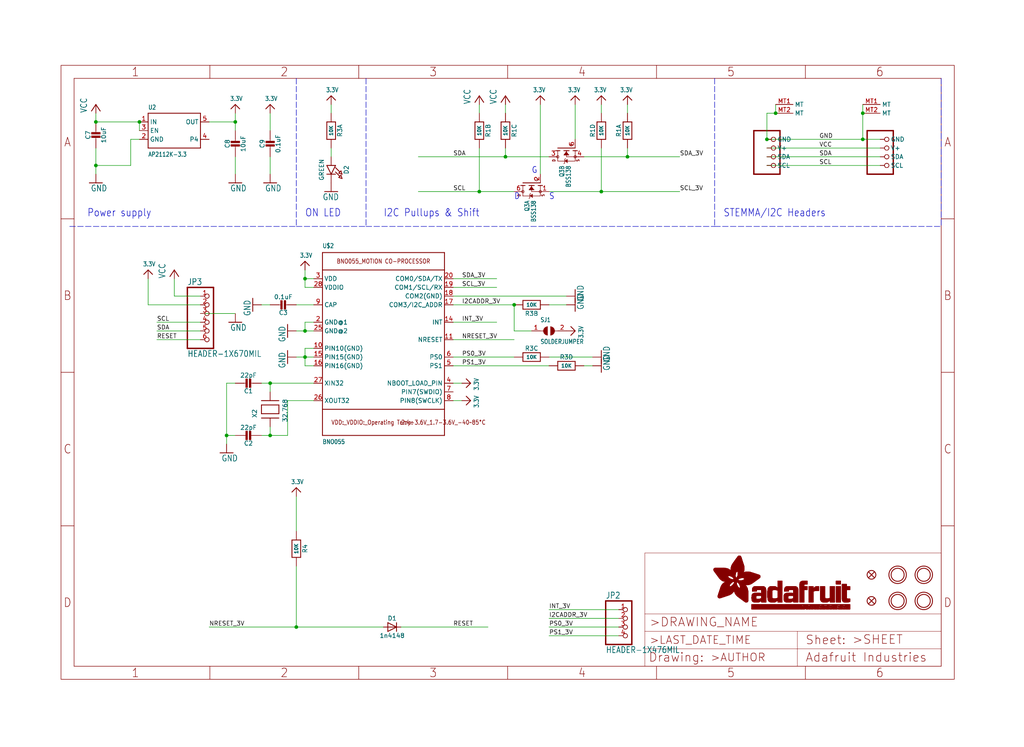
<source format=kicad_sch>
(kicad_sch (version 20211123) (generator eeschema)
  (paper "User" 298.45 217.881)
  (lib_symbols
    (symbol "eagleSchem-eagle-import:3.3V" (power)
      (property "Value" "3.3V" (at -1.524 1.016 0))
      (symbol "3.3V_1_0"
        (pin power_in line (at 0 -2.54 90) (length 2.54) (name "3.3V") (number "1"))
      )
    )
    (symbol "eagleSchem-eagle-import:BNO055"
      (property "Value" "BNO055" (at -17.78 -30.48 0))
      (symbol "BNO055_1_0"
        (text "2.4-3.6V_1.7-3.6V_-40~85°C" (at 5.08 -24.13 0) (effects (font (size 1.27 1.0795)) (justify left)))
        (text "BNO055_MOTION CO-PROCESSOR" (at 0 22.86 0) (effects (font (size 1.27 1.0795))))
        (text "VDD:_VDDIO:_Operating Temp:" (at -15.24 -24.13 0) (effects (font (size 1.27 1.0795)) (justify left)))
        (pin bidirectional line (at -20.32 -2.54 0) (length 2.54) (name "PIN10(GND)") (number "10"))
        (pin bidirectional line (at 20.32 0 180) (length 2.54) (name "NRESET") (number "11"))
        (pin output line (at 20.32 5.08 180) (length 2.54) (name "INT") (number "14"))
        (pin bidirectional line (at -20.32 -5.08 0) (length 2.54) (name "PIN15(GND)") (number "15"))
        (pin bidirectional line (at -20.32 -7.62 0) (length 2.54) (name "PIN16(GND)") (number "16"))
        (pin bidirectional line (at 20.32 10.16 180) (length 2.54) (name "COM3/I2C_ADDR") (number "17"))
        (pin bidirectional line (at 20.32 12.7 180) (length 2.54) (name "COM2(GND)") (number "18"))
        (pin bidirectional line (at 20.32 15.24 180) (length 2.54) (name "COM1/SCL/RX") (number "19"))
        (pin power_in line (at -20.32 5.08 0) (length 2.54) (name "GND@1") (number "2"))
        (pin bidirectional line (at 20.32 17.78 180) (length 2.54) (name "COM0/SDA/TX") (number "20"))
        (pin power_in line (at -20.32 2.54 0) (length 2.54) (name "GND@2") (number "25"))
        (pin output line (at -20.32 -17.78 0) (length 2.54) (name "XOUT32") (number "26"))
        (pin input line (at -20.32 -12.7 0) (length 2.54) (name "XIN32") (number "27"))
        (pin power_in line (at -20.32 15.24 0) (length 2.54) (name "VDDIO") (number "28"))
        (pin power_in line (at -20.32 17.78 0) (length 2.54) (name "VDD") (number "3"))
        (pin bidirectional line (at 20.32 -12.7 180) (length 2.54) (name "NBOOT_LOAD_PIN") (number "4"))
        (pin input line (at 20.32 -7.62 180) (length 2.54) (name "PS1") (number "5"))
        (pin input line (at 20.32 -5.08 180) (length 2.54) (name "PS0") (number "6"))
        (pin bidirectional line (at 20.32 -15.24 180) (length 2.54) (name "PIN7(SWDIO)") (number "7"))
        (pin bidirectional line (at 20.32 -17.78 180) (length 2.54) (name "PIN8(SWCLK)") (number "8"))
        (pin passive line (at -20.32 10.16 0) (length 2.54) (name "CAP") (number "9"))
      )
    )
    (symbol "eagleSchem-eagle-import:CAP_CERAMIC0603_NO"
      (property "Reference" "C" (at -2.29 1.25 90))
      (property "Value" "CAP_CERAMIC0603_NO" (at 2.3 1.25 90))
      (symbol "CAP_CERAMIC0603_NO_1_0"
        (pin passive line (at 0 5.08 270) (length 2.54) (name "1") (number "1"))
        (pin passive line (at 0 -2.54 90) (length 2.54) (name "2") (number "2"))
      )
    )
    (symbol "eagleSchem-eagle-import:CAP_CERAMIC0805-NOOUTLINE"
      (property "Reference" "C" (at -2.29 1.25 90))
      (property "Value" "CAP_CERAMIC0805-NOOUTLINE" (at 2.3 1.25 90))
      (symbol "CAP_CERAMIC0805-NOOUTLINE_1_0"
        (pin passive line (at 0 5.08 270) (length 2.54) (name "1") (number "1"))
        (pin passive line (at 0 -2.54 90) (length 2.54) (name "2") (number "2"))
      )
    )
    (symbol "eagleSchem-eagle-import:DIODESOD-323"
      (property "Reference" "D" (at 0 2.54 0))
      (property "Value" "DIODESOD-323" (at 0 -2.5 0))
      (symbol "DIODESOD-323_1_0"
        (pin passive line (at -2.54 0 0) (length 2.54) (name "A") (number "A"))
        (pin passive line (at 2.54 0 180) (length 2.54) (name "C") (number "C"))
      )
    )
    (symbol "eagleSchem-eagle-import:FIDUCIAL_1MM")
    (symbol "eagleSchem-eagle-import:FRAME_A4_ADAFRUIT"
      (symbol "FRAME_A4_ADAFRUIT_1_0"
        (text "1" (at 21.6958 1.905 0) (effects (font (size 2.54 2.286))))
        (text "1" (at 21.6958 177.165 0) (effects (font (size 2.54 2.286))))
        (text "2" (at 65.0875 1.905 0) (effects (font (size 2.54 2.286))))
        (text "2" (at 65.0875 177.165 0) (effects (font (size 2.54 2.286))))
        (text "3" (at 108.4792 1.905 0) (effects (font (size 2.54 2.286))))
        (text "3" (at 108.4792 177.165 0) (effects (font (size 2.54 2.286))))
        (text "4" (at 151.8708 1.905 0) (effects (font (size 2.54 2.286))))
        (text "4" (at 151.8708 177.165 0) (effects (font (size 2.54 2.286))))
        (text "5" (at 195.2625 1.905 0) (effects (font (size 2.54 2.286))))
        (text "5" (at 195.2625 177.165 0) (effects (font (size 2.54 2.286))))
        (text "6" (at 238.6542 1.905 0) (effects (font (size 2.54 2.286))))
        (text "6" (at 238.6542 177.165 0) (effects (font (size 2.54 2.286))))
        (text ">AUTHOR" (at 189.23 5.08 0) (effects (font (size 2.286 2.286)) (justify left bottom)))
        (text ">DRAWING_NAME" (at 171.45 15.24 0) (effects (font (size 2.54 2.54)) (justify left bottom)))
        (text ">LAST_DATE_TIME" (at 171.45 10.16 0) (effects (font (size 2.286 2.286)) (justify left bottom)))
        (text ">SHEET" (at 230.505 10.16 0) (effects (font (size 2.54 2.54)) (justify left bottom)))
        (text "A" (at 1.905 156.6863 0) (effects (font (size 2.54 2.286))))
        (text "A" (at 258.445 156.6863 0) (effects (font (size 2.54 2.286))))
        (text "Adafruit Industries" (at 216.916 4.953 0) (effects (font (size 2.54 2.54)) (justify left bottom)))
        (text "B" (at 1.905 111.9188 0) (effects (font (size 2.54 2.286))))
        (text "B" (at 258.445 111.9188 0) (effects (font (size 2.54 2.286))))
        (text "C" (at 1.905 67.1513 0) (effects (font (size 2.54 2.286))))
        (text "C" (at 258.445 67.1513 0) (effects (font (size 2.54 2.286))))
        (text "D" (at 1.905 22.3838 0) (effects (font (size 2.54 2.286))))
        (text "D" (at 258.445 22.3838 0) (effects (font (size 2.54 2.286))))
        (text "Drawing:" (at 171.196 4.953 0) (effects (font (size 2.54 2.54)) (justify left bottom)))
        (text "Sheet:" (at 216.916 10.033 0) (effects (font (size 2.54 2.54)) (justify left bottom)))
      )
    )
    (symbol "eagleSchem-eagle-import:GND" (power)
      (property "Value" "GND" (at -2.54 -2.54 0))
      (symbol "GND_1_0"
        (pin power_in line (at 0 2.54 270) (length 2.54) (name "GND") (number "1"))
      )
    )
    (symbol "eagleSchem-eagle-import:HEADER-1X476MIL"
      (property "Reference" "JP" (at -6.35 8.255 0))
      (property "Value" "HEADER-1X476MIL" (at -6.35 -7.62 0))
      (symbol "HEADER-1X476MIL_1_0"
        (pin passive inverted (at -2.54 5.08 0) (length 2.54) (name "1") (number "1"))
        (pin passive inverted (at -2.54 2.54 0) (length 2.54) (name "2") (number "2"))
        (pin passive inverted (at -2.54 0 0) (length 2.54) (name "3") (number "3"))
        (pin passive inverted (at -2.54 -2.54 0) (length 2.54) (name "4") (number "4"))
      )
    )
    (symbol "eagleSchem-eagle-import:HEADER-1X670MIL"
      (property "Reference" "JP" (at -6.35 10.795 0))
      (property "Value" "HEADER-1X670MIL" (at -6.35 -10.16 0))
      (symbol "HEADER-1X670MIL_1_0"
        (pin passive inverted (at -2.54 7.62 0) (length 2.54) (name "1") (number "1"))
        (pin passive inverted (at -2.54 5.08 0) (length 2.54) (name "2") (number "2"))
        (pin passive inverted (at -2.54 2.54 0) (length 2.54) (name "3") (number "3"))
        (pin passive inverted (at -2.54 0 0) (length 2.54) (name "4") (number "4"))
        (pin passive inverted (at -2.54 -2.54 0) (length 2.54) (name "5") (number "5"))
        (pin passive inverted (at -2.54 -5.08 0) (length 2.54) (name "6") (number "6"))
      )
    )
    (symbol "eagleSchem-eagle-import:LED0603_NOOUTLINE"
      (property "Reference" "D" (at -1.27 4.445 0))
      (property "Value" "LED0603_NOOUTLINE" (at -1.27 -2.794 0))
      (symbol "LED0603_NOOUTLINE_1_0"
        (pin passive line (at -5.08 0 0) (length 2.54) (name "A") (number "A"))
        (pin passive line (at 2.54 0 180) (length 2.54) (name "C") (number "C"))
      )
    )
    (symbol "eagleSchem-eagle-import:MOSFET-N_DUAL"
      (property "Reference" "Q" (at 5.08 0.635 0))
      (property "Value" "MOSFET-N_DUAL" (at 5.08 -1.27 0))
      (symbol "MOSFET-N_DUAL_1_0"
        (text "D" (at 3.175 3.175 0) (effects (font (size 0.8128 0.6908)) (justify left bottom)))
        (text "G" (at -1.27 -1.905 0) (effects (font (size 0.8128 0.6908)) (justify left bottom)))
        (text "S" (at 3.175 -3.81 0) (effects (font (size 0.8128 0.6908)) (justify left bottom)))
        (pin bidirectional line (at 2.54 -5.08 90) (length 2.54) (name "S") (number "1"))
        (pin bidirectional line (at -2.54 -2.54 0) (length 2.54) (name "G") (number "2"))
        (pin bidirectional line (at 2.54 5.08 270) (length 2.54) (name "D") (number "6"))
      )
      (symbol "MOSFET-N_DUAL_2_0"
        (text "D" (at 3.175 3.175 0) (effects (font (size 0.8128 0.6908)) (justify left bottom)))
        (text "G" (at -1.27 -1.905 0) (effects (font (size 0.8128 0.6908)) (justify left bottom)))
        (text "S" (at 3.175 -3.81 0) (effects (font (size 0.8128 0.6908)) (justify left bottom)))
        (pin bidirectional line (at 2.54 5.08 270) (length 2.54) (name "D") (number "3"))
        (pin bidirectional line (at 2.54 -5.08 90) (length 2.54) (name "S") (number "4"))
        (pin bidirectional line (at -2.54 -2.54 0) (length 2.54) (name "G") (number "5"))
      )
    )
    (symbol "eagleSchem-eagle-import:MOUNTINGHOLE2.5")
    (symbol "eagleSchem-eagle-import:RESISTOR_0603_NOOUT"
      (property "Reference" "R" (at 0 2.54 0))
      (property "Value" "RESISTOR_0603_NOOUT" (at 0 0 0))
      (symbol "RESISTOR_0603_NOOUT_1_0"
        (pin passive line (at -5.08 0 0) (length 2.54) (name "1") (number "1"))
        (pin passive line (at 5.08 0 180) (length 2.54) (name "2") (number "2"))
      )
    )
    (symbol "eagleSchem-eagle-import:RESISTOR_4PACK"
      (property "Reference" "R" (at 0 2.54 0))
      (property "Value" "RESISTOR_4PACK" (at 0 0 0))
      (symbol "RESISTOR_4PACK_1_0"
        (pin passive line (at -5.08 0 0) (length 2.54) (name "1") (number "1"))
        (pin passive line (at 5.08 0 180) (length 2.54) (name "2") (number "8"))
      )
      (symbol "RESISTOR_4PACK_2_0"
        (pin passive line (at -5.08 0 0) (length 2.54) (name "1") (number "2"))
        (pin passive line (at 5.08 0 180) (length 2.54) (name "2") (number "7"))
      )
      (symbol "RESISTOR_4PACK_3_0"
        (pin passive line (at -5.08 0 0) (length 2.54) (name "1") (number "3"))
        (pin passive line (at 5.08 0 180) (length 2.54) (name "2") (number "6"))
      )
      (symbol "RESISTOR_4PACK_4_0"
        (pin passive line (at -5.08 0 0) (length 2.54) (name "1") (number "4"))
        (pin passive line (at 5.08 0 180) (length 2.54) (name "2") (number "5"))
      )
    )
    (symbol "eagleSchem-eagle-import:SOLDERJUMPER"
      (property "Reference" "SJ" (at -2.54 2.54 0))
      (property "Value" "SOLDERJUMPER" (at -2.54 -3.81 0))
      (symbol "SOLDERJUMPER_1_0"
        (pin passive line (at -5.08 0 0) (length 2.54) (name "1") (number "1"))
        (pin passive line (at 5.08 0 180) (length 2.54) (name "2") (number "2"))
      )
    )
    (symbol "eagleSchem-eagle-import:STEMMA_I2C_QT"
      (symbol "STEMMA_I2C_QT_1_0"
        (pin passive inverted (at 0 5.08 0) (length 2.54) (name "GND") (number "1"))
        (pin passive inverted (at 0 2.54 0) (length 2.54) (name "V+") (number "2"))
        (pin passive inverted (at 0 0 0) (length 2.54) (name "SDA") (number "3"))
        (pin passive inverted (at 0 -2.54 0) (length 2.54) (name "SCL") (number "4"))
      )
      (symbol "STEMMA_I2C_QT_2_0"
        (pin bidirectional line (at 0 0 0) (length 5.08) (name "MT") (number "MT1"))
      )
      (symbol "STEMMA_I2C_QT_3_0"
        (pin bidirectional line (at 0 0 0) (length 5.08) (name "MT") (number "MT2"))
      )
    )
    (symbol "eagleSchem-eagle-import:VCC" (power)
      (property "Value" "VCC" (at -2.54 -2.54 90))
      (symbol "VCC_1_0"
        (pin power_in line (at 0 -2.54 90) (length 2.54) (name "VCC") (number "1"))
      )
    )
    (symbol "eagleSchem-eagle-import:VREG_SOT23-5"
      (property "Reference" "U" (at -7.62 6.096 0))
      (property "Value" "VREG_SOT23-5" (at -7.62 -7.62 0))
      (symbol "VREG_SOT23-5_1_0"
        (pin power_in line (at -10.16 2.54 0) (length 2.54) (name "IN") (number "1"))
        (pin power_in line (at -10.16 -2.54 0) (length 2.54) (name "GND") (number "2"))
        (pin input line (at -10.16 0 0) (length 2.54) (name "EN") (number "3"))
        (pin bidirectional line (at 10.16 -2.54 180) (length 2.54) (name "P4") (number "4"))
        (pin power_in line (at 10.16 2.54 180) (length 2.54) (name "OUT") (number "5"))
      )
    )
    (symbol "eagleSchem-eagle-import:XTAL-3.2X1.5"
      (property "Reference" "X" (at -2.54 3.81 0))
      (property "Value" "XTAL-3.2X1.5" (at -3.81 -5.08 0))
      (symbol "XTAL-3.2X1.5_1_0"
        (pin bidirectional line (at -5.08 0 0) (length 2.54) (name "P$1") (number "P$1"))
        (pin bidirectional line (at 5.08 0 180) (length 2.54) (name "P$2") (number "P$2"))
      )
    )
  )
  (junction (at 78.74 127))
  (junction (at 27.94 48.26))
  (junction (at 86.36 182.88))
  (junction (at 88.9 104.14))
  (junction (at 78.74 111.76))
  (junction (at 251.46 33.02))
  (junction (at 27.94 35.56))
  (junction (at 223.52 40.64))
  (junction (at 139.7 55.88))
  (junction (at 66.04 127))
  (junction (at 149.86 88.9))
  (junction (at 88.9 81.28))
  (junction (at 226.06 33.02))
  (junction (at 175.26 55.88))
  (junction (at 251.46 40.64))
  (junction (at 40.64 35.56))
  (junction (at 88.9 96.52))
  (junction (at 147.32 45.72))
  (junction (at 68.58 35.56))
  (junction (at 182.88 45.72))
  (polyline (pts (xy 208.28 66.04) (xy 274.32 66.04)))
  (wire (pts (xy 91.44 104.14) (xy 88.9 104.14)))
  (wire (pts (xy 182.88 43.18) (xy 182.88 45.72)))
  (wire (pts (xy 58.42 91.44) (xy 68.58 91.44)))
  (wire (pts (xy 160.02 177.8) (xy 180.34 177.8)))
  (wire (pts (xy 78.74 124.46) (xy 78.74 127)))
  (wire (pts (xy 160.02 182.88) (xy 180.34 182.88)))
  (wire (pts (xy 38.1 40.64) (xy 38.1 48.26)))
  (wire (pts (xy 86.36 165.1) (xy 86.36 182.88)))
  (wire (pts (xy 40.64 38.1) (xy 40.64 35.56)))
  (wire (pts (xy 160.02 55.88) (xy 175.26 55.88)))
  (wire (pts (xy 91.44 88.9) (xy 86.36 88.9)))
  (wire (pts (xy 86.36 154.94) (xy 86.36 144.78)))
  (wire (pts (xy 132.08 88.9) (xy 149.86 88.9)))
  (wire (pts (xy 58.42 99.06) (xy 45.72 99.06)))
  (wire (pts (xy 175.26 43.18) (xy 175.26 55.88)))
  (wire (pts (xy 149.86 88.9) (xy 149.86 96.52)))
  (wire (pts (xy 149.86 55.88) (xy 139.7 55.88)))
  (wire (pts (xy 223.52 48.26) (xy 256.54 48.26)))
  (wire (pts (xy 78.74 88.9) (xy 76.2 88.9)))
  (wire (pts (xy 88.9 104.14) (xy 86.36 104.14)))
  (wire (pts (xy 116.84 182.88) (xy 142.24 182.88)))
  (wire (pts (xy 132.08 83.82) (xy 144.78 83.82)))
  (wire (pts (xy 91.44 101.6) (xy 88.9 101.6)))
  (wire (pts (xy 91.44 96.52) (xy 88.9 96.52)))
  (wire (pts (xy 50.8 86.36) (xy 50.8 81.28)))
  (wire (pts (xy 60.96 182.88) (xy 86.36 182.88)))
  (wire (pts (xy 132.08 111.76) (xy 134.62 111.76)))
  (wire (pts (xy 68.58 111.76) (xy 66.04 111.76)))
  (wire (pts (xy 40.64 35.56) (xy 27.94 35.56)))
  (wire (pts (xy 66.04 111.76) (xy 66.04 127)))
  (wire (pts (xy 68.58 45.72) (xy 68.58 50.8)))
  (wire (pts (xy 60.96 35.56) (xy 68.58 35.56)))
  (wire (pts (xy 251.46 30.48) (xy 251.46 33.02)))
  (wire (pts (xy 149.86 96.52) (xy 154.94 96.52)))
  (wire (pts (xy 66.04 127) (xy 66.04 129.54)))
  (wire (pts (xy 58.42 86.36) (xy 50.8 86.36)))
  (wire (pts (xy 160.02 45.72) (xy 147.32 45.72)))
  (wire (pts (xy 132.08 81.28) (xy 144.78 81.28)))
  (wire (pts (xy 157.48 50.8) (xy 157.48 30.48)))
  (polyline (pts (xy 106.68 22.86) (xy 106.68 66.04)))
  (wire (pts (xy 88.9 83.82) (xy 88.9 81.28)))
  (wire (pts (xy 78.74 114.3) (xy 78.74 111.76)))
  (wire (pts (xy 78.74 127) (xy 76.2 127)))
  (wire (pts (xy 58.42 93.98) (xy 45.72 93.98)))
  (wire (pts (xy 78.74 45.72) (xy 78.74 50.8)))
  (wire (pts (xy 165.1 86.36) (xy 132.08 86.36)))
  (polyline (pts (xy 86.36 66.04) (xy 106.68 66.04)))
  (wire (pts (xy 91.44 93.98) (xy 88.9 93.98)))
  (wire (pts (xy 83.82 116.84) (xy 83.82 127)))
  (wire (pts (xy 91.44 83.82) (xy 88.9 83.82)))
  (polyline (pts (xy 86.36 22.86) (xy 86.36 66.04)))
  (wire (pts (xy 68.58 127) (xy 66.04 127)))
  (wire (pts (xy 251.46 40.64) (xy 223.52 40.64)))
  (wire (pts (xy 226.06 30.48) (xy 226.06 33.02)))
  (wire (pts (xy 91.44 106.68) (xy 88.9 106.68)))
  (wire (pts (xy 96.52 30.48) (xy 96.52 33.02)))
  (wire (pts (xy 88.9 106.68) (xy 88.9 104.14)))
  (wire (pts (xy 170.18 45.72) (xy 182.88 45.72)))
  (wire (pts (xy 256.54 45.72) (xy 223.52 45.72)))
  (wire (pts (xy 175.26 33.02) (xy 175.26 30.48)))
  (wire (pts (xy 139.7 55.88) (xy 121.92 55.88)))
  (wire (pts (xy 27.94 48.26) (xy 27.94 43.18)))
  (wire (pts (xy 223.52 33.02) (xy 223.52 40.64)))
  (wire (pts (xy 139.7 30.48) (xy 139.7 33.02)))
  (wire (pts (xy 160.02 185.42) (xy 180.34 185.42)))
  (wire (pts (xy 68.58 35.56) (xy 68.58 33.02)))
  (polyline (pts (xy 208.28 22.86) (xy 208.28 66.04)))
  (wire (pts (xy 134.62 116.84) (xy 132.08 116.84)))
  (wire (pts (xy 167.64 40.64) (xy 167.64 30.48)))
  (wire (pts (xy 160.02 104.14) (xy 172.72 104.14)))
  (wire (pts (xy 78.74 33.02) (xy 78.74 38.1)))
  (wire (pts (xy 91.44 111.76) (xy 78.74 111.76)))
  (polyline (pts (xy 20.32 66.04) (xy 86.36 66.04)))
  (wire (pts (xy 27.94 48.26) (xy 27.94 50.8)))
  (wire (pts (xy 175.26 55.88) (xy 198.12 55.88)))
  (wire (pts (xy 223.52 43.18) (xy 256.54 43.18)))
  (polyline (pts (xy 106.68 66.04) (xy 208.28 66.04)))
  (wire (pts (xy 58.42 96.52) (xy 45.72 96.52)))
  (wire (pts (xy 83.82 127) (xy 78.74 127)))
  (wire (pts (xy 38.1 48.26) (xy 27.94 48.26)))
  (wire (pts (xy 147.32 45.72) (xy 121.92 45.72)))
  (wire (pts (xy 86.36 182.88) (xy 111.76 182.88)))
  (wire (pts (xy 170.18 106.68) (xy 172.72 106.68)))
  (wire (pts (xy 165.1 88.9) (xy 160.02 88.9)))
  (wire (pts (xy 91.44 116.84) (xy 83.82 116.84)))
  (wire (pts (xy 182.88 33.02) (xy 182.88 30.48)))
  (wire (pts (xy 226.06 33.02) (xy 223.52 33.02)))
  (wire (pts (xy 147.32 33.02) (xy 147.32 30.48)))
  (wire (pts (xy 251.46 33.02) (xy 251.46 40.64)))
  (wire (pts (xy 58.42 88.9) (xy 43.18 88.9)))
  (wire (pts (xy 88.9 96.52) (xy 86.36 96.52)))
  (polyline (pts (xy 274.32 22.86) (xy 274.32 66.04)))
  (wire (pts (xy 132.08 93.98) (xy 144.78 93.98)))
  (wire (pts (xy 91.44 81.28) (xy 88.9 81.28)))
  (wire (pts (xy 88.9 81.28) (xy 88.9 78.74)))
  (wire (pts (xy 132.08 106.68) (xy 160.02 106.68)))
  (wire (pts (xy 96.52 45.72) (xy 96.52 43.18)))
  (wire (pts (xy 88.9 101.6) (xy 88.9 104.14)))
  (wire (pts (xy 182.88 45.72) (xy 198.12 45.72)))
  (wire (pts (xy 256.54 40.64) (xy 251.46 40.64)))
  (wire (pts (xy 43.18 88.9) (xy 43.18 81.28)))
  (wire (pts (xy 132.08 104.14) (xy 149.86 104.14)))
  (wire (pts (xy 78.74 111.76) (xy 76.2 111.76)))
  (wire (pts (xy 88.9 93.98) (xy 88.9 96.52)))
  (wire (pts (xy 40.64 40.64) (xy 38.1 40.64)))
  (wire (pts (xy 139.7 43.18) (xy 139.7 55.88)))
  (wire (pts (xy 68.58 35.56) (xy 68.58 38.1)))
  (wire (pts (xy 27.94 33.02) (xy 27.94 35.56)))
  (wire (pts (xy 132.08 99.06) (xy 149.86 99.06)))
  (wire (pts (xy 147.32 43.18) (xy 147.32 45.72)))
  (wire (pts (xy 160.02 180.34) (xy 180.34 180.34)))
  (text "STEMMA/I2C Headers" (at 210.82 63.5 180) (effects (font (size 2.1844 1.8567)) (justify left bottom)))
  (text "D" (at 149.86 58.42 180) (effects (font (size 1.778 1.5113)) (justify left bottom)))
  (text "G" (at 154.94 50.8 180) (effects (font (size 1.778 1.5113)) (justify left bottom)))
  (text "I2C Pullups & Shift" (at 111.76 63.5 180) (effects (font (size 2.1844 1.8567)) (justify left bottom)))
  (text "Power supply" (at 25.4 63.5 180) (effects (font (size 2.1844 1.8567)) (justify left bottom)))
  (text "ON LED" (at 88.9 63.5 180) (effects (font (size 2.1844 1.8567)) (justify left bottom)))
  (text "S" (at 160.02 58.42 180) (effects (font (size 1.778 1.5113)) (justify left bottom)))
  (label "I2CADDR_3V" (at 160.02 180.34 0) (effects (font (size 1.2446 1.2446))))
  (label "SCL_3V" (at 198.12 55.88 0) (effects (font (size 1.2446 1.2446))))
  (label "RESET" (at 132.08 182.88 0) (effects (font (size 1.2446 1.2446))))
  (label "SCL_3V" (at 134.62 83.82 0) (effects (font (size 1.2446 1.2446))))
  (label "INT_3V" (at 160.02 177.8 0) (effects (font (size 1.2446 1.2446))))
  (label "SDA" (at 45.72 96.52 0) (effects (font (size 1.2446 1.2446))))
  (label "INT_3V" (at 134.62 93.98 0) (effects (font (size 1.2446 1.2446))))
  (label "SCL" (at 45.72 93.98 0) (effects (font (size 1.2446 1.2446))))
  (label "PS0_3V" (at 160.02 182.88 0) (effects (font (size 1.2446 1.2446))))
  (label "NRESET_3V" (at 60.96 182.88 0) (effects (font (size 1.2446 1.2446))))
  (label "NRESET_3V" (at 134.62 99.06 0) (effects (font (size 1.2446 1.2446))))
  (label "SCL" (at 238.76 48.26 0) (effects (font (size 1.2446 1.2446))))
  (label "SDA_3V" (at 198.12 45.72 0) (effects (font (size 1.2446 1.2446))))
  (label "SDA" (at 132.08 45.72 0) (effects (font (size 1.2446 1.2446))))
  (label "VCC" (at 238.76 43.18 0) (effects (font (size 1.2446 1.2446))))
  (label "RESET" (at 45.72 99.06 0) (effects (font (size 1.2446 1.2446))))
  (label "SDA" (at 238.76 45.72 0) (effects (font (size 1.2446 1.2446))))
  (label "PS1_3V" (at 160.02 185.42 0) (effects (font (size 1.2446 1.2446))))
  (label "SCL" (at 132.08 55.88 0) (effects (font (size 1.2446 1.2446))))
  (label "SDA_3V" (at 134.62 81.28 0) (effects (font (size 1.2446 1.2446))))
  (label "GND" (at 238.76 40.64 0) (effects (font (size 1.2446 1.2446))))
  (label "PS1_3V" (at 134.62 106.68 0) (effects (font (size 1.2446 1.2446))))
  (label "I2CADDR_3V" (at 134.62 88.9 0) (effects (font (size 1.2446 1.2446))))
  (label "PS0_3V" (at 134.62 104.14 0) (effects (font (size 1.2446 1.2446))))
  (symbol (lib_id "eagleSchem-eagle-import:GND") (at 175.26 104.14 90) (unit 1)
    (property "Reference" "#U$5" (effects hide))
    (property "Value" "GND" (at 177.8 105.664 0) (effects (font (size 1.778 1.5113)) (justify left bottom)))
    (property "Footprint" "eagleSchem:" (effects hide))
  )
  (symbol (lib_id "eagleSchem-eagle-import:VCC") (at 27.94 30.48 0) (unit 1)
    (property "Reference" "#P+3" (effects hide))
    (property "Value" "VCC" (at 25.4 33.02 90) (effects (font (size 1.778 1.5113)) (justify left bottom)))
    (property "Footprint" "eagleSchem:" (effects hide))
  )
  (symbol (lib_id "eagleSchem-eagle-import:RESISTOR_4PACK") (at 175.26 38.1 90) (mirror x) (unit 4)
    (property "Reference" "R1" (at 172.72 38.1 0))
    (property "Value" "10K" (at 175.26 38.1 0) (effects (font (size 1.016 1.016) bold)))
    (property "Footprint" "eagleSchem:RESPACK_4X0603" (effects hide))
  )
  (symbol (lib_id "eagleSchem-eagle-import:VCC") (at 147.32 27.94 0) (unit 1)
    (property "Reference" "#P+2" (effects hide))
    (property "Value" "VCC" (at 144.78 30.48 90) (effects (font (size 1.778 1.5113)) (justify left bottom)))
    (property "Footprint" "eagleSchem:" (effects hide))
  )
  (symbol (lib_id "eagleSchem-eagle-import:GND") (at 68.58 93.98 0) (unit 1)
    (property "Reference" "#U$37" (effects hide))
    (property "Value" "GND" (at 67.056 96.52 0) (effects (font (size 1.778 1.5113)) (justify left bottom)))
    (property "Footprint" "eagleSchem:" (effects hide))
  )
  (symbol (lib_id "eagleSchem-eagle-import:FRAME_A4_ADAFRUIT") (at 17.78 198.12 0) (unit 1)
    (property "Reference" "#U$47" (effects hide))
    (property "Value" "FRAME_A4_ADAFRUIT" (effects hide))
    (property "Footprint" "eagleSchem:" (effects hide))
  )
  (symbol (lib_id "eagleSchem-eagle-import:3.3V") (at 167.64 27.94 0) (mirror y) (unit 1)
    (property "Reference" "#U$43" (effects hide))
    (property "Value" "3.3V" (at 169.164 26.924 0) (effects (font (size 1.27 1.0795)) (justify left bottom)))
    (property "Footprint" "eagleSchem:" (effects hide))
  )
  (symbol (lib_id "eagleSchem-eagle-import:RESISTOR_4PACK") (at 165.1 106.68 0) (unit 4)
    (property "Reference" "R3" (at 165.1 104.14 0))
    (property "Value" "10K" (at 165.1 106.68 0) (effects (font (size 1.016 1.016) bold)))
    (property "Footprint" "eagleSchem:RESPACK_4X0603" (effects hide))
  )
  (symbol (lib_id "eagleSchem-eagle-import:FIDUCIAL_1MM") (at 254 175.26 0) (unit 1)
    (property "Reference" "FID3" (effects hide))
    (property "Value" "FIDUCIAL_1MM" (effects hide))
    (property "Footprint" "eagleSchem:FIDUCIAL_1MM" (effects hide))
  )
  (symbol (lib_id "eagleSchem-eagle-import:VREG_SOT23-5") (at 50.8 38.1 0) (unit 1)
    (property "Reference" "U2" (at 43.18 32.004 0) (effects (font (size 1.27 1.0795)) (justify left bottom)))
    (property "Value" "AP2112K-3.3" (at 43.18 45.72 0) (effects (font (size 1.27 1.0795)) (justify left bottom)))
    (property "Footprint" "eagleSchem:SOT23-5" (effects hide))
  )
  (symbol (lib_id "eagleSchem-eagle-import:3.3V") (at 88.9 76.2 0) (unit 1)
    (property "Reference" "#U$21" (effects hide))
    (property "Value" "3.3V" (at 87.376 75.184 0) (effects (font (size 1.27 1.0795)) (justify left bottom)))
    (property "Footprint" "eagleSchem:" (effects hide))
  )
  (symbol (lib_id "eagleSchem-eagle-import:VCC") (at 50.8 78.74 0) (unit 1)
    (property "Reference" "#P+4" (effects hide))
    (property "Value" "VCC" (at 48.26 81.28 90) (effects (font (size 1.778 1.5113)) (justify left bottom)))
    (property "Footprint" "eagleSchem:" (effects hide))
  )
  (symbol (lib_id "eagleSchem-eagle-import:3.3V") (at 167.64 96.52 270) (unit 1)
    (property "Reference" "#U$3" (effects hide))
    (property "Value" "3.3V" (at 168.656 94.996 0) (effects (font (size 1.27 1.0795)) (justify left bottom)))
    (property "Footprint" "eagleSchem:" (effects hide))
  )
  (symbol (lib_id "eagleSchem-eagle-import:RESISTOR_4PACK") (at 139.7 38.1 270) (unit 2)
    (property "Reference" "R1" (at 142.24 38.1 0))
    (property "Value" "10K" (at 139.7 38.1 0) (effects (font (size 1.016 1.016) bold)))
    (property "Footprint" "eagleSchem:RESPACK_4X0603" (effects hide))
  )
  (symbol (lib_id "eagleSchem-eagle-import:CAP_CERAMIC0805-NOOUTLINE") (at 27.94 40.64 0) (unit 1)
    (property "Reference" "C7" (at 25.65 39.39 90))
    (property "Value" "10uF" (at 30.24 39.39 90))
    (property "Footprint" "eagleSchem:0805-NO" (effects hide))
  )
  (symbol (lib_id "eagleSchem-eagle-import:CAP_CERAMIC0603_NO") (at 73.66 127 90) (unit 1)
    (property "Reference" "C2" (at 72.41 129.29 90))
    (property "Value" "22pF" (at 72.41 124.7 90))
    (property "Footprint" "eagleSchem:0603-NO" (effects hide))
  )
  (symbol (lib_id "eagleSchem-eagle-import:3.3V") (at 175.26 27.94 0) (mirror y) (unit 1)
    (property "Reference" "#U$41" (effects hide))
    (property "Value" "3.3V" (at 176.784 26.924 0) (effects (font (size 1.27 1.0795)) (justify left bottom)))
    (property "Footprint" "eagleSchem:" (effects hide))
  )
  (symbol (lib_id "eagleSchem-eagle-import:GND") (at 68.58 53.34 0) (unit 1)
    (property "Reference" "#U$35" (effects hide))
    (property "Value" "GND" (at 67.056 55.88 0) (effects (font (size 1.778 1.5113)) (justify left bottom)))
    (property "Footprint" "eagleSchem:" (effects hide))
  )
  (symbol (lib_id "eagleSchem-eagle-import:RESISTOR_4PACK") (at 147.32 38.1 270) (unit 3)
    (property "Reference" "R1" (at 149.86 38.1 0))
    (property "Value" "10K" (at 147.32 38.1 0) (effects (font (size 1.016 1.016) bold)))
    (property "Footprint" "eagleSchem:RESPACK_4X0603" (effects hide))
  )
  (symbol (lib_id "eagleSchem-eagle-import:RESISTOR_4PACK") (at 182.88 38.1 90) (mirror x) (unit 1)
    (property "Reference" "R1" (at 180.34 38.1 0))
    (property "Value" "10K" (at 182.88 38.1 0) (effects (font (size 1.016 1.016) bold)))
    (property "Footprint" "eagleSchem:RESPACK_4X0603" (effects hide))
  )
  (symbol (lib_id "eagleSchem-eagle-import:GND") (at 175.26 106.68 90) (unit 1)
    (property "Reference" "#U$6" (effects hide))
    (property "Value" "GND" (at 177.8 108.204 0) (effects (font (size 1.778 1.5113)) (justify left bottom)))
    (property "Footprint" "eagleSchem:" (effects hide))
  )
  (symbol (lib_id "eagleSchem-eagle-import:LED0603_NOOUTLINE") (at 96.52 50.8 270) (unit 1)
    (property "Reference" "D2" (at 100.965 49.53 0))
    (property "Value" "GREEN" (at 93.726 49.53 0))
    (property "Footprint" "eagleSchem:CHIPLED_0603_NOOUTLINE" (effects hide))
  )
  (symbol (lib_id "eagleSchem-eagle-import:3.3V") (at 43.18 78.74 0) (unit 1)
    (property "Reference" "#U$44" (effects hide))
    (property "Value" "3.3V" (at 41.656 77.724 0) (effects (font (size 1.27 1.0795)) (justify left bottom)))
    (property "Footprint" "eagleSchem:" (effects hide))
  )
  (symbol (lib_id "eagleSchem-eagle-import:STEMMA_I2C_QT") (at 226.06 33.02 0) (unit 3)
    (property "Reference" "CONN3" (effects hide))
    (property "Value" "STEMMA_I2C_QT" (effects hide))
    (property "Footprint" "eagleSchem:JST_SH4" (effects hide))
  )
  (symbol (lib_id "eagleSchem-eagle-import:RESISTOR_4PACK") (at 154.94 88.9 180) (unit 2)
    (property "Reference" "R3" (at 154.94 91.44 0))
    (property "Value" "10K" (at 154.94 88.9 0) (effects (font (size 1.016 1.016) bold)))
    (property "Footprint" "eagleSchem:RESPACK_4X0603" (effects hide))
  )
  (symbol (lib_id "eagleSchem-eagle-import:CAP_CERAMIC0603_NO") (at 78.74 43.18 0) (unit 1)
    (property "Reference" "C9" (at 76.45 41.93 90))
    (property "Value" "0.1uF" (at 81.04 41.93 90))
    (property "Footprint" "eagleSchem:0603-NO" (effects hide))
  )
  (symbol (lib_id "eagleSchem-eagle-import:MOSFET-N_DUAL") (at 165.1 43.18 90) (mirror x) (unit 2)
    (property "Reference" "Q3" (at 164.465 48.26 0) (effects (font (size 1.27 1.0795)) (justify left bottom)))
    (property "Value" "BSS138" (at 166.37 48.26 0) (effects (font (size 1.27 1.0795)) (justify left bottom)))
    (property "Footprint" "eagleSchem:SOT363" (effects hide))
  )
  (symbol (lib_id "eagleSchem-eagle-import:STEMMA_I2C_QT") (at 226.06 30.48 0) (unit 2)
    (property "Reference" "CONN3" (effects hide))
    (property "Value" "STEMMA_I2C_QT" (effects hide))
    (property "Footprint" "eagleSchem:JST_SH4" (effects hide))
  )
  (symbol (lib_id "eagleSchem-eagle-import:MOUNTINGHOLE2.5") (at 261.62 175.26 0) (unit 1)
    (property "Reference" "U$45" (effects hide))
    (property "Value" "MOUNTINGHOLE2.5" (effects hide))
    (property "Footprint" "eagleSchem:MOUNTINGHOLE_2.5_PLATED" (effects hide))
  )
  (symbol (lib_id "eagleSchem-eagle-import:MOUNTINGHOLE2.5") (at 261.62 167.64 0) (unit 1)
    (property "Reference" "U$46" (effects hide))
    (property "Value" "MOUNTINGHOLE2.5" (effects hide))
    (property "Footprint" "eagleSchem:MOUNTINGHOLE_2.5_PLATED" (effects hide))
  )
  (symbol (lib_id "eagleSchem-eagle-import:3.3V") (at 137.16 116.84 270) (unit 1)
    (property "Reference" "#U$1" (effects hide))
    (property "Value" "3.3V" (at 138.176 115.316 0) (effects (font (size 1.27 1.0795)) (justify left bottom)))
    (property "Footprint" "eagleSchem:" (effects hide))
  )
  (symbol (lib_id "eagleSchem-eagle-import:3.3V") (at 78.74 30.48 0) (unit 1)
    (property "Reference" "#U$38" (effects hide))
    (property "Value" "3.3V" (at 77.216 29.464 0) (effects (font (size 1.27 1.0795)) (justify left bottom)))
    (property "Footprint" "eagleSchem:" (effects hide))
  )
  (symbol (lib_id "eagleSchem-eagle-import:3.3V") (at 86.36 142.24 0) (unit 1)
    (property "Reference" "#U$27" (effects hide))
    (property "Value" "3.3V" (at 84.836 141.224 0) (effects (font (size 1.27 1.0795)) (justify left bottom)))
    (property "Footprint" "eagleSchem:" (effects hide))
  )
  (symbol (lib_id "eagleSchem-eagle-import:MOSFET-N_DUAL") (at 154.94 53.34 90) (mirror x) (unit 1)
    (property "Reference" "Q3" (at 154.305 58.42 0) (effects (font (size 1.27 1.0795)) (justify left bottom)))
    (property "Value" "BSS138" (at 156.21 58.42 0) (effects (font (size 1.27 1.0795)) (justify left bottom)))
    (property "Footprint" "eagleSchem:SOT363" (effects hide))
  )
  (symbol (lib_id "eagleSchem-eagle-import:GND") (at 96.52 55.88 0) (unit 1)
    (property "Reference" "#GND6" (effects hide))
    (property "Value" "GND" (at 93.98 58.42 0) (effects (font (size 1.778 1.5113)) (justify left bottom)))
    (property "Footprint" "eagleSchem:" (effects hide))
  )
  (symbol (lib_id "eagleSchem-eagle-import:CAP_CERAMIC0603_NO") (at 73.66 111.76 90) (unit 1)
    (property "Reference" "C1" (at 72.41 114.05 90))
    (property "Value" "22pF" (at 72.41 109.46 90))
    (property "Footprint" "eagleSchem:0603-NO" (effects hide))
  )
  (symbol (lib_id "eagleSchem-eagle-import:GND") (at 66.04 132.08 0) (unit 1)
    (property "Reference" "#U$11" (effects hide))
    (property "Value" "GND" (at 64.516 134.62 0) (effects (font (size 1.778 1.5113)) (justify left bottom)))
    (property "Footprint" "eagleSchem:" (effects hide))
  )
  (symbol (lib_id "eagleSchem-eagle-import:XTAL-3.2X1.5") (at 78.74 119.38 90) (unit 1)
    (property "Reference" "X2" (at 74.93 121.92 0) (effects (justify left bottom)))
    (property "Value" "32.768" (at 83.82 123.19 0) (effects (justify left bottom)))
    (property "Footprint" "eagleSchem:XTAL3215" (effects hide))
  )
  (symbol (lib_id "eagleSchem-eagle-import:STEMMA_I2C_QT") (at 251.46 30.48 0) (unit 2)
    (property "Reference" "CONN4" (effects hide))
    (property "Value" "STEMMA_I2C_QT" (effects hide))
    (property "Footprint" "eagleSchem:JST_SH4" (effects hide))
  )
  (symbol (lib_id "eagleSchem-eagle-import:GND") (at 167.64 88.9 90) (unit 1)
    (property "Reference" "#U$7" (effects hide))
    (property "Value" "GND" (at 170.18 90.424 0) (effects (font (size 1.778 1.5113)) (justify left bottom)))
    (property "Footprint" "eagleSchem:" (effects hide))
  )
  (symbol (lib_id "eagleSchem-eagle-import:3.3V") (at 182.88 27.94 0) (mirror y) (unit 1)
    (property "Reference" "#U$40" (effects hide))
    (property "Value" "3.3V" (at 184.404 26.924 0) (effects (font (size 1.27 1.0795)) (justify left bottom)))
    (property "Footprint" "eagleSchem:" (effects hide))
  )
  (symbol (lib_id "eagleSchem-eagle-import:STEMMA_I2C_QT") (at 223.52 45.72 0) (unit 1)
    (property "Reference" "CONN3" (effects hide))
    (property "Value" "STEMMA_I2C_QT" (effects hide))
    (property "Footprint" "eagleSchem:JST_SH4" (effects hide))
  )
  (symbol (lib_id "eagleSchem-eagle-import:STEMMA_I2C_QT") (at 251.46 33.02 0) (unit 3)
    (property "Reference" "CONN4" (effects hide))
    (property "Value" "STEMMA_I2C_QT" (effects hide))
    (property "Footprint" "eagleSchem:JST_SH4" (effects hide))
  )
  (symbol (lib_id "eagleSchem-eagle-import:VCC") (at 139.7 27.94 0) (unit 1)
    (property "Reference" "#P+1" (effects hide))
    (property "Value" "VCC" (at 137.16 30.48 90) (effects (font (size 1.778 1.5113)) (justify left bottom)))
    (property "Footprint" "eagleSchem:" (effects hide))
  )
  (symbol (lib_id "eagleSchem-eagle-import:HEADER-1X670MIL") (at 60.96 93.98 0) (unit 1)
    (property "Reference" "JP3" (at 54.61 83.185 0) (effects (font (size 1.778 1.5113)) (justify left bottom)))
    (property "Value" "HEADER-1X670MIL" (at 54.61 104.14 0) (effects (font (size 1.778 1.5113)) (justify left bottom)))
    (property "Footprint" "eagleSchem:1X06_ROUND_70" (effects hide))
  )
  (symbol (lib_id "eagleSchem-eagle-import:GND") (at 27.94 53.34 0) (unit 1)
    (property "Reference" "#U$34" (effects hide))
    (property "Value" "GND" (at 26.416 55.88 0) (effects (font (size 1.778 1.5113)) (justify left bottom)))
    (property "Footprint" "eagleSchem:" (effects hide))
  )
  (symbol (lib_id "eagleSchem-eagle-import:3.3V") (at 137.16 111.76 270) (unit 1)
    (property "Reference" "#U$15" (effects hide))
    (property "Value" "3.3V" (at 138.176 110.236 0) (effects (font (size 1.27 1.0795)) (justify left bottom)))
    (property "Footprint" "eagleSchem:" (effects hide))
  )
  (symbol (lib_id "eagleSchem-eagle-import:BNO055") (at 111.76 99.06 0) (unit 1)
    (property "Reference" "U$2" (at 93.98 72.39 0) (effects (font (size 1.27 1.0795)) (justify left bottom)))
    (property "Value" "BNO055" (at 93.98 129.54 0) (effects (font (size 1.27 1.0795)) (justify left bottom)))
    (property "Footprint" "eagleSchem:BNO055" (effects hide))
  )
  (symbol (lib_id "eagleSchem-eagle-import:MOUNTINGHOLE2.5") (at 269.24 167.64 0) (unit 1)
    (property "Reference" "U$48" (effects hide))
    (property "Value" "MOUNTINGHOLE2.5" (effects hide))
    (property "Footprint" "eagleSchem:MOUNTINGHOLE_2.5_PLATED" (effects hide))
  )
  (symbol (lib_id "eagleSchem-eagle-import:RESISTOR_4PACK") (at 154.94 104.14 0) (unit 3)
    (property "Reference" "R3" (at 154.94 101.6 0))
    (property "Value" "10K" (at 154.94 104.14 0) (effects (font (size 1.016 1.016) bold)))
    (property "Footprint" "eagleSchem:RESPACK_4X0603" (effects hide))
  )
  (symbol (lib_id "eagleSchem-eagle-import:3.3V") (at 68.58 30.48 0) (unit 1)
    (property "Reference" "#U$39" (effects hide))
    (property "Value" "3.3V" (at 67.056 29.464 0) (effects (font (size 1.27 1.0795)) (justify left bottom)))
    (property "Footprint" "eagleSchem:" (effects hide))
  )
  (symbol (lib_id "eagleSchem-eagle-import:HEADER-1X476MIL") (at 182.88 182.88 0) (unit 1)
    (property "Reference" "JP2" (at 176.53 174.625 0) (effects (font (size 1.778 1.5113)) (justify left bottom)))
    (property "Value" "HEADER-1X476MIL" (at 176.53 190.5 0) (effects (font (size 1.778 1.5113)) (justify left bottom)))
    (property "Footprint" "eagleSchem:1X04_ROUND_76" (effects hide))
  )
  (symbol (lib_id "eagleSchem-eagle-import:DIODESOD-323") (at 114.3 182.88 0) (unit 1)
    (property "Reference" "D1" (at 114.3 180.34 0))
    (property "Value" "1n4148" (at 114.3 185.38 0))
    (property "Footprint" "eagleSchem:SOD-323" (effects hide))
  )
  (symbol (lib_id "eagleSchem-eagle-import:FIDUCIAL_1MM") (at 254 167.64 0) (unit 1)
    (property "Reference" "FID4" (effects hide))
    (property "Value" "FIDUCIAL_1MM" (effects hide))
    (property "Footprint" "eagleSchem:FIDUCIAL_1MM" (effects hide))
  )
  (symbol (lib_id "eagleSchem-eagle-import:SOLDERJUMPER") (at 160.02 96.52 0) (unit 1)
    (property "Reference" "SJ1" (at 157.48 93.98 0) (effects (font (size 1.27 1.0795)) (justify left bottom)))
    (property "Value" "SOLDERJUMPER" (at 157.48 100.33 0) (effects (font (size 1.27 1.0795)) (justify left bottom)))
    (property "Footprint" "eagleSchem:SOLDERJUMPER_ARROW_NOPASTE" (effects hide))
  )
  (symbol (lib_id "eagleSchem-eagle-import:GND") (at 167.64 86.36 90) (unit 1)
    (property "Reference" "#U$8" (effects hide))
    (property "Value" "GND" (at 170.18 87.884 0) (effects (font (size 1.778 1.5113)) (justify left bottom)))
    (property "Footprint" "eagleSchem:" (effects hide))
  )
  (symbol (lib_id "eagleSchem-eagle-import:GND") (at 73.66 88.9 270) (unit 1)
    (property "Reference" "#U$14" (effects hide))
    (property "Value" "GND" (at 71.12 87.376 0) (effects (font (size 1.778 1.5113)) (justify left bottom)))
    (property "Footprint" "eagleSchem:" (effects hide))
  )
  (symbol (lib_id "eagleSchem-eagle-import:RESISTOR_0603_NOOUT") (at 86.36 160.02 270) (unit 1)
    (property "Reference" "R4" (at 88.9 160.02 0))
    (property "Value" "10K" (at 86.36 160.02 0) (effects (font (size 1.016 1.016) bold)))
    (property "Footprint" "eagleSchem:0603-NO" (effects hide))
  )
  (symbol (lib_id "eagleSchem-eagle-import:GND") (at 83.82 96.52 270) (unit 1)
    (property "Reference" "#U$13" (effects hide))
    (property "Value" "GND" (at 81.28 94.996 0) (effects (font (size 1.778 1.5113)) (justify left bottom)))
    (property "Footprint" "eagleSchem:" (effects hide))
  )
  (symbol (lib_id "eagleSchem-eagle-import:CAP_CERAMIC0603_NO") (at 83.82 88.9 90) (unit 1)
    (property "Reference" "C3" (at 82.57 91.19 90))
    (property "Value" "0.1uF" (at 82.57 86.6 90))
    (property "Footprint" "eagleSchem:0603-NO" (effects hide))
  )
  (symbol (lib_id "eagleSchem-eagle-import:RESISTOR_4PACK") (at 96.52 38.1 270) (unit 1)
    (property "Reference" "R3" (at 99.06 38.1 0))
    (property "Value" "10K" (at 96.52 38.1 0) (effects (font (size 1.016 1.016) bold)))
    (property "Footprint" "eagleSchem:RESPACK_4X0603" (effects hide))
  )
  (symbol (lib_id "eagleSchem-eagle-import:GND") (at 78.74 53.34 0) (unit 1)
    (property "Reference" "#U$36" (effects hide))
    (property "Value" "GND" (at 77.216 55.88 0) (effects (font (size 1.778 1.5113)) (justify left bottom)))
    (property "Footprint" "eagleSchem:" (effects hide))
  )
  (symbol (lib_id "eagleSchem-eagle-import:3.3V") (at 96.52 27.94 0) (unit 1)
    (property "Reference" "#U$50" (effects hide))
    (property "Value" "3.3V" (at 94.996 26.924 0) (effects (font (size 1.27 1.0795)) (justify left bottom)))
    (property "Footprint" "eagleSchem:" (effects hide))
  )
  (symbol (lib_id "eagleSchem-eagle-import:CAP_CERAMIC0805-NOOUTLINE") (at 68.58 43.18 0) (unit 1)
    (property "Reference" "C8" (at 66.29 41.93 90))
    (property "Value" "10uF" (at 70.88 41.93 90))
    (property "Footprint" "eagleSchem:0805-NO" (effects hide))
  )
  (symbol (lib_id "eagleSchem-eagle-import:MOUNTINGHOLE2.5") (at 269.24 175.26 0) (unit 1)
    (property "Reference" "U$49" (effects hide))
    (property "Value" "MOUNTINGHOLE2.5" (effects hide))
    (property "Footprint" "eagleSchem:MOUNTINGHOLE_2.5_PLATED" (effects hide))
  )
  (symbol (lib_id "eagleSchem-eagle-import:STEMMA_I2C_QT") (at 256.54 45.72 0) (unit 1)
    (property "Reference" "CONN4" (effects hide))
    (property "Value" "STEMMA_I2C_QT" (effects hide))
    (property "Footprint" "eagleSchem:JST_SH4" (effects hide))
  )
  (symbol (lib_id "eagleSchem-eagle-import:GND") (at 83.82 104.14 270) (unit 1)
    (property "Reference" "#U$12" (effects hide))
    (property "Value" "GND" (at 81.28 102.616 0) (effects (font (size 1.778 1.5113)) (justify left bottom)))
    (property "Footprint" "eagleSchem:" (effects hide))
  )
  (symbol (lib_id "eagleSchem-eagle-import:3.3V") (at 157.48 27.94 0) (mirror y) (unit 1)
    (property "Reference" "#U$42" (effects hide))
    (property "Value" "3.3V" (at 159.004 26.924 0) (effects (font (size 1.27 1.0795)) (justify left bottom)))
    (property "Footprint" "eagleSchem:" (effects hide))
  )
)
</source>
